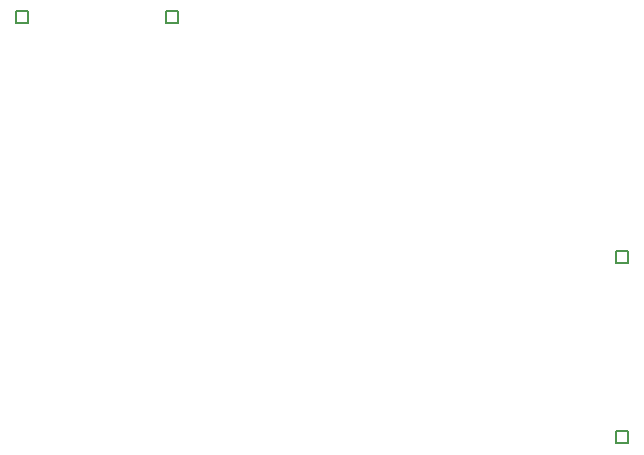
<source format=gbr>
%TF.GenerationSoftware,Altium Limited,Altium Designer,22.0.2 (36)*%
G04 Layer_Color=2752767*
%FSLAX26Y26*%
%MOIN*%
%TF.SameCoordinates,7BA50452-179E-4B83-BCF9-F7DA3196338A*%
%TF.FilePolarity,Positive*%
%TF.FileFunction,Drawing*%
%TF.Part,Single*%
G01*
G75*
%TA.AperFunction,NonConductor*%
%ADD21C,0.005000*%
D21*
X2180000Y880000D02*
Y920000D01*
X2220000D01*
Y880000D01*
X2180000D01*
Y280000D02*
Y320000D01*
X2220000D01*
Y280000D01*
X2180000D01*
X180000Y1680000D02*
Y1720000D01*
X220000D01*
Y1680000D01*
X180000D01*
X680000D02*
Y1720000D01*
X720000D01*
Y1680000D01*
X680000D01*
%TF.MD5,bafd012b638fa5a6d388ee26062cb427*%
M02*

</source>
